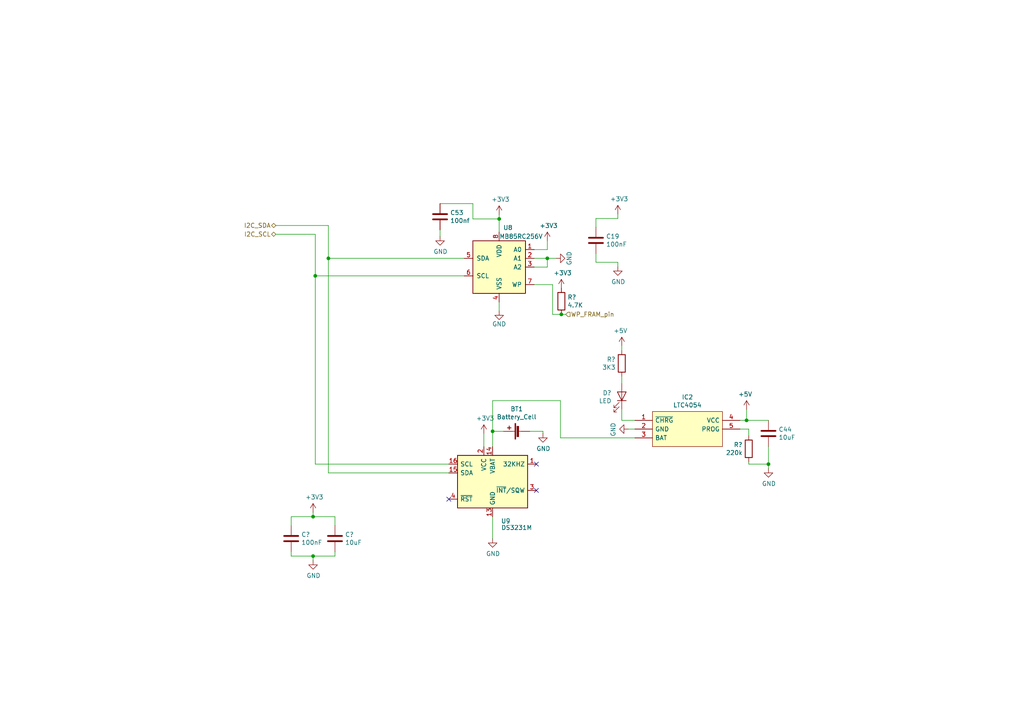
<source format=kicad_sch>
(kicad_sch (version 20230121) (generator eeschema)
  (paper "A4")
  (title_block (date "2021-04-05") (rev "2.3.3.3") (company "Evoke Motorcycles"))
  (lib_symbols
    (symbol "Device:C" (pin_numbers hide) (pin_names (offset 0.254))
      (property "Reference" "C" (at 0.635 2.54 0))
      (property "Value" "C" (at 0.635 -2.54 0))
      (symbol "C_0_1"
        (polyline (pts (xy -2.032 -0.762) (xy 2.032 -0.762)) (stroke (width 0.508)))
        (polyline (pts (xy -2.032 0.762) (xy 2.032 0.762)) (stroke (width 0.508)))
      )
      (symbol "C_1_1"
        (pin passive line (at 0 3.81 270) (length 2.794) (name "~") (number "1"))
        (pin passive line (at 0 -3.81 90) (length 2.794) (name "~") (number "2"))
      )
    )
    (symbol "ESP32-CAN-rescue:+3.3V-power" (power) (pin_names (offset 0))
      (property "Value" "+3.3V-power" (at 0 3.556 0))
      (symbol "+3.3V-power_0_1"
        (polyline (pts (xy -0.762 1.27) (xy 0 2.54)))
        (polyline (pts (xy 0 0) (xy 0 2.54)))
        (polyline (pts (xy 0 2.54) (xy 0.762 1.27)))
      )
      (symbol "+3.3V-power_1_1"
        (pin power_in line (at 0 0 90) (length 0) hide (name "+3V3") (number "1"))
      )
    )
    (symbol "ESP32-CAN-rescue:+5V-power" (power) (pin_names (offset 0))
      (property "Value" "+5V-power" (at 0 3.556 0))
      (symbol "+5V-power_0_1"
        (polyline (pts (xy -0.762 1.27) (xy 0 2.54)))
        (polyline (pts (xy 0 0) (xy 0 2.54)))
        (polyline (pts (xy 0 2.54) (xy 0.762 1.27)))
      )
      (symbol "+5V-power_1_1"
        (pin power_in line (at 0 0 90) (length 0) hide (name "+5V") (number "1"))
      )
    )
    (symbol "ESP32-CAN-rescue:Battery_Cell-Device" (pin_numbers hide) (pin_names (offset 0) hide)
      (property "Reference" "BT" (at 2.54 2.54 0))
      (property "Value" "Battery_Cell-Device" (at 2.54 0 0))
      (symbol "Battery_Cell-Device_0_1"
        (rectangle (start -2.286 1.778) (end 2.286 1.524) (fill (type outline)))
        (rectangle (start -1.5748 1.1938) (end 1.4732 0.6858) (fill (type outline)))
        (polyline (pts (xy 0 0.762) (xy 0 0)))
        (polyline (pts (xy 0 1.778) (xy 0 2.54)))
        (polyline (pts (xy 0.508 3.429) (xy 1.524 3.429)) (stroke (width 0.254)))
        (polyline (pts (xy 1.016 3.937) (xy 1.016 2.921)) (stroke (width 0.254)))
      )
      (symbol "Battery_Cell-Device_1_1"
        (pin passive line (at 0 5.08 270) (length 2.54) (name "+") (number "1"))
        (pin passive line (at 0 -2.54 90) (length 2.54) (name "-") (number "2"))
      )
    )
    (symbol "ESP32-CAN-rescue:C-Device" (pin_numbers hide) (pin_names (offset 0.254))
      (property "Reference" "C" (at 0.635 2.54 0))
      (property "Value" "C-Device" (at 0.635 -2.54 0))
      (symbol "C-Device_0_1"
        (polyline (pts (xy -2.032 -0.762) (xy 2.032 -0.762)) (stroke (width 0.508)))
        (polyline (pts (xy -2.032 0.762) (xy 2.032 0.762)) (stroke (width 0.508)))
      )
      (symbol "C-Device_1_1"
        (pin passive line (at 0 3.81 270) (length 2.794) (name "~") (number "1"))
        (pin passive line (at 0 -3.81 90) (length 2.794) (name "~") (number "2"))
      )
    )
    (symbol "ESP32-CAN-rescue:DS3231M-Timer_RTC" (pin_names (offset 0.762))
      (property "Reference" "U" (at -7.62 8.89 0))
      (property "Value" "DS3231M-Timer_RTC" (at 10.16 8.89 0))
      (symbol "DS3231M-Timer_RTC_0_1"
        (rectangle (start -10.16 7.62) (end 10.16 -7.62) (stroke (width 0.254)) (fill (type background)))
      )
      (symbol "DS3231M-Timer_RTC_1_1"
        (pin open_collector line (at 12.7 5.08 180) (length 2.54) (name "32KHZ") (number "1"))
        (pin passive line (at 0 -10.16 90) (length 2.54) hide (name "GND") (number "10"))
        (pin passive line (at 0 -10.16 90) (length 2.54) hide (name "GND") (number "11"))
        (pin passive line (at 0 -10.16 90) (length 2.54) hide (name "GND") (number "12"))
        (pin power_in line (at 0 -10.16 90) (length 2.54) (name "GND") (number "13"))
        (pin power_in line (at 0 10.16 270) (length 2.54) (name "VBAT") (number "14"))
        (pin bidirectional line (at -12.7 2.54 0) (length 2.54) (name "SDA") (number "15"))
        (pin input line (at -12.7 5.08 0) (length 2.54) (name "SCL") (number "16"))
        (pin power_in line (at -2.54 10.16 270) (length 2.54) (name "VCC") (number "2"))
        (pin open_collector line (at 12.7 -2.54 180) (length 2.54) (name "~{INT}/SQW") (number "3"))
        (pin bidirectional line (at -12.7 -5.08 0) (length 2.54) (name "~{RST}") (number "4"))
        (pin passive line (at 0 -10.16 90) (length 2.54) hide (name "GND") (number "5"))
        (pin passive line (at 0 -10.16 90) (length 2.54) hide (name "GND") (number "6"))
        (pin passive line (at 0 -10.16 90) (length 2.54) hide (name "GND") (number "7"))
        (pin passive line (at 0 -10.16 90) (length 2.54) hide (name "GND") (number "8"))
        (pin passive line (at 0 -10.16 90) (length 2.54) hide (name "GND") (number "9"))
      )
    )
    (symbol "ESP32-CAN-rescue:FM24C64B-Memory_NVRAM" (pin_names (offset 1.016))
      (property "Reference" "U" (at -5.08 8.89 0))
      (property "Value" "FM24C64B-Memory_NVRAM" (at 6.35 -8.89 0))
      (symbol "FM24C64B-Memory_NVRAM_0_1"
        (rectangle (start -7.62 7.62) (end 7.62 -7.62) (stroke (width 0.254)) (fill (type background)))
      )
      (symbol "FM24C64B-Memory_NVRAM_1_1"
        (pin input line (at -10.16 5.08 0) (length 2.54) (name "A0") (number "1"))
        (pin input line (at -10.16 2.54 0) (length 2.54) (name "A1") (number "2"))
        (pin input line (at -10.16 0 0) (length 2.54) (name "A2") (number "3"))
        (pin power_in line (at 0 -10.16 90) (length 2.54) (name "VSS") (number "4"))
        (pin bidirectional line (at 10.16 2.54 180) (length 2.54) (name "SDA") (number "5"))
        (pin input line (at 10.16 -2.54 180) (length 2.54) (name "SCL") (number "6"))
        (pin input line (at -10.16 -5.08 0) (length 2.54) (name "WP") (number "7"))
        (pin power_in line (at 0 10.16 270) (length 2.54) (name "VDD") (number "8"))
      )
    )
    (symbol "ESP32-CAN-rescue:GND-power" (power) (pin_names (offset 0))
      (property "Value" "GND-power" (at 0 -3.81 0))
      (symbol "GND-power_0_1"
        (polyline (pts (xy 0 0) (xy 0 -1.27) (xy 1.27 -1.27) (xy 0 -2.54) (xy -1.27 -1.27) (xy 0 -1.27)))
      )
      (symbol "GND-power_1_1"
        (pin power_in line (at 0 0 270) (length 0) hide (name "GND") (number "1"))
      )
    )
    (symbol "ESP32-CAN-rescue:LED-Device" (pin_numbers hide) (pin_names (offset 1.016) hide)
      (property "Reference" "D" (at 0 2.54 0))
      (property "Value" "LED-Device" (at 0 -2.54 0))
      (symbol "LED-Device_0_1"
        (polyline (pts (xy -1.27 -1.27) (xy -1.27 1.27)) (stroke (width 0.2032)))
        (polyline (pts (xy -1.27 0) (xy 1.27 0)))
        (polyline (pts (xy 1.27 -1.27) (xy 1.27 1.27) (xy -1.27 0) (xy 1.27 -1.27)) (stroke (width 0.2032)))
        (polyline (pts (xy -3.048 -0.762) (xy -4.572 -2.286) (xy -3.81 -2.286) (xy -4.572 -2.286) (xy -4.572 -1.524)))
        (polyline (pts (xy -1.778 -0.762) (xy -3.302 -2.286) (xy -2.54 -2.286) (xy -3.302 -2.286) (xy -3.302 -1.524)))
      )
      (symbol "LED-Device_1_1"
        (pin passive line (at -3.81 0 0) (length 2.54) (name "K") (number "1"))
        (pin passive line (at 3.81 0 180) (length 2.54) (name "A") (number "2"))
      )
    )
    (symbol "ESP32-CAN-rescue:R-Device" (pin_numbers hide) (pin_names (offset 0))
      (property "Reference" "R" (at 2.032 0 90))
      (property "Value" "R-Device" (at 0 0 90))
      (symbol "R-Device_0_1"
        (rectangle (start -1.016 -2.54) (end 1.016 2.54) (stroke (width 0.254)))
      )
      (symbol "R-Device_1_1"
        (pin passive line (at 0 3.81 270) (length 1.27) (name "~") (number "1"))
        (pin passive line (at 0 -3.81 90) (length 1.27) (name "~") (number "2"))
      )
    )
    (symbol "TP4054-42-SOT25-R:TP4054-42-SOT25-R" (pin_names (offset 0.762))
      (property "Reference" "IC" (at 26.67 7.62 0))
      (property "Value" "TP4054-42-SOT25-R" (at 26.67 5.08 0))
      (symbol "TP4054-42-SOT25-R_0_0"
        (pin passive line (at 0 0 0) (length 5.08) (name "~{CHRG}") (number "1"))
        (pin passive line (at 0 -2.54 0) (length 5.08) (name "GND") (number "2"))
        (pin passive line (at 0 -5.08 0) (length 5.08) (name "BAT") (number "3"))
        (pin passive line (at 30.48 0 180) (length 5.08) (name "VCC") (number "4"))
        (pin passive line (at 30.48 -2.54 180) (length 5.08) (name "PROG") (number "5"))
      )
      (symbol "TP4054-42-SOT25-R_0_1"
        (polyline (pts (xy 5.08 2.54) (xy 25.4 2.54) (xy 25.4 -7.62) (xy 5.08 -7.62) (xy 5.08 2.54)) (stroke (width 0.1524)) (fill (type background)))
      )
    )
    (symbol "power:GND" (power) (pin_names (offset 0))
      (property "Value" "GND" (at 0 -3.81 0))
      (symbol "GND_0_1"
        (polyline (pts (xy 0 0) (xy 0 -1.27) (xy 1.27 -1.27) (xy 0 -2.54) (xy -1.27 -1.27) (xy 0 -1.27)))
      )
      (symbol "GND_1_1"
        (pin power_in line (at 0 0 270) (length 0) hide (name "GND") (number "1"))
      )
    )
  )
  (junction (at 95.25 74.93))
  (junction (at 144.78 63.5))
  (junction (at 90.805 149.86))
  (junction (at 158.75 74.93))
  (junction (at 142.875 125.095))
  (junction (at 222.885 134.62))
  (junction (at 90.805 161.29))
  (junction (at 216.535 121.92))
  (junction (at 91.44 80.01))
  (junction (at 162.814 91.186))
  (no_connect (at 130.175 144.78))
  (no_connect (at 155.575 134.62))
  (no_connect (at 155.575 142.24))
  (wire (pts (xy 80.01 67.945) (xy 91.44 67.945)))
  (wire (pts (xy 142.875 125.095) (xy 142.875 116.205)))
  (wire (pts (xy 142.875 156.21) (xy 142.875 149.86)))
  (wire (pts (xy 153.67 125.095) (xy 157.48 125.095)))
  (wire (pts (xy 216.535 121.92) (xy 214.63 121.92)))
  (wire (pts (xy 95.25 74.93) (xy 95.25 137.16)))
  (wire (pts (xy 222.885 134.62) (xy 222.885 129.54)))
  (wire (pts (xy 144.78 63.5) (xy 137.16 63.5)))
  (wire (pts (xy 154.94 74.93) (xy 158.75 74.93)))
  (wire (pts (xy 91.44 134.62) (xy 130.175 134.62)))
  (wire (pts (xy 180.34 100.33) (xy 180.34 101.6)))
  (wire (pts (xy 217.17 126.365) (xy 217.17 124.46)))
  (wire (pts (xy 217.17 124.46) (xy 214.63 124.46)))
  (wire (pts (xy 97.155 160.02) (xy 97.155 161.29)))
  (wire (pts (xy 160.274 82.55) (xy 160.274 91.186)))
  (wire (pts (xy 95.25 65.405) (xy 80.01 65.405)))
  (wire (pts (xy 84.455 152.4) (xy 84.455 149.86)))
  (wire (pts (xy 222.885 135.89) (xy 222.885 134.62)))
  (wire (pts (xy 146.05 125.095) (xy 142.875 125.095)))
  (wire (pts (xy 162.814 91.186) (xy 164.084 91.186)))
  (wire (pts (xy 161.29 74.93) (xy 158.75 74.93)))
  (wire (pts (xy 142.875 116.205) (xy 162.56 116.205)))
  (wire (pts (xy 180.34 118.745) (xy 180.34 121.92)))
  (wire (pts (xy 217.17 134.62) (xy 217.17 133.985)))
  (wire (pts (xy 127.635 66.675) (xy 127.635 68.58)))
  (wire (pts (xy 179.197 62.103) (xy 179.197 63.373)))
  (wire (pts (xy 90.805 161.29) (xy 84.455 161.29)))
  (wire (pts (xy 179.197 76.073) (xy 172.847 76.073)))
  (wire (pts (xy 180.34 109.22) (xy 180.34 111.125)))
  (wire (pts (xy 179.197 77.343) (xy 179.197 76.073)))
  (wire (pts (xy 90.805 148.59) (xy 90.805 149.86)))
  (wire (pts (xy 90.805 162.56) (xy 90.805 161.29)))
  (wire (pts (xy 84.455 161.29) (xy 84.455 160.02)))
  (wire (pts (xy 144.78 90.17) (xy 144.78 87.63)))
  (wire (pts (xy 91.44 134.62) (xy 91.44 80.01)))
  (wire (pts (xy 216.535 118.745) (xy 216.535 121.92)))
  (wire (pts (xy 137.16 59.055) (xy 127.635 59.055)))
  (wire (pts (xy 90.805 149.86) (xy 97.155 149.86)))
  (wire (pts (xy 158.75 74.93) (xy 158.75 77.47)))
  (wire (pts (xy 95.25 137.16) (xy 130.175 137.16)))
  (wire (pts (xy 158.75 77.47) (xy 154.94 77.47)))
  (wire (pts (xy 91.44 80.01) (xy 134.62 80.01)))
  (wire (pts (xy 160.274 91.186) (xy 162.814 91.186)))
  (wire (pts (xy 137.16 63.5) (xy 137.16 59.055)))
  (wire (pts (xy 162.56 116.205) (xy 162.56 127)))
  (wire (pts (xy 172.847 63.373) (xy 179.197 63.373)))
  (wire (pts (xy 144.78 63.5) (xy 144.78 67.31)))
  (wire (pts (xy 140.335 125.73) (xy 140.335 129.54)))
  (wire (pts (xy 91.44 67.945) (xy 91.44 80.01)))
  (wire (pts (xy 134.62 74.93) (xy 95.25 74.93)))
  (wire (pts (xy 97.155 161.29) (xy 90.805 161.29)))
  (wire (pts (xy 184.15 121.92) (xy 180.34 121.92)))
  (wire (pts (xy 142.875 129.54) (xy 142.875 125.095)))
  (wire (pts (xy 95.25 65.405) (xy 95.25 74.93)))
  (wire (pts (xy 222.885 134.62) (xy 217.17 134.62)))
  (wire (pts (xy 157.48 125.095) (xy 157.48 125.73)))
  (wire (pts (xy 172.847 65.913) (xy 172.847 63.373)))
  (wire (pts (xy 172.847 76.073) (xy 172.847 73.533)))
  (wire (pts (xy 154.94 72.39) (xy 158.75 72.39)))
  (wire (pts (xy 97.155 149.86) (xy 97.155 152.4)))
  (wire (pts (xy 158.75 69.85) (xy 158.75 72.39)))
  (wire (pts (xy 182.245 124.46) (xy 184.15 124.46)))
  (wire (pts (xy 144.78 62.23) (xy 144.78 63.5)))
  (wire (pts (xy 222.885 121.92) (xy 216.535 121.92)))
  (wire (pts (xy 154.94 82.55) (xy 160.274 82.55)))
  (wire (pts (xy 184.15 127) (xy 162.56 127)))
  (wire (pts (xy 84.455 149.86) (xy 90.805 149.86)))
  (hierarchical_label "WP_FRAM_pin" (shape input) (at 164.084 91.186 0))
  (hierarchical_label "I2C_SDA" (shape bidirectional) (at 80.01 65.405 180))
  (hierarchical_label "I2C_SCL" (shape bidirectional) (at 80.01 67.945 180))
  (symbol (lib_id "TP4054-42-SOT25-R:TP4054-42-SOT25-R") (at 184.15 121.92 0) (unit 1)
    (property "Reference" "IC2" (at 199.39 115.189 0))
    (property "Value" "LTC4054" (at 199.39 117.5004 0))
    (property "Footprint" "Package_TO_SOT_SMD:SOT-23-5" (effects hide))
    (property "Datasheet" "http://images.100y.com.tw/pdf_file/38-TP-TP4054x.pdf" (effects hide))
    (property "Description" "Standalone Linear Li-ion Battery Charger with Thermal Regulation, SOT-23-5" (effects hide))
    (property "Height" "1" (effects hide))
    (property "Manufacturer_Name" "TOP POWER" (effects hide))
    (property "Manufacturer_Part_Number" "TP4054-42-SOT25-R" (effects hide))
  )
  (symbol (lib_id "ESP32-CAN-rescue:C-Device") (at 222.885 125.73 0) (unit 1)
    (property "Reference" "C44" (at 225.806 124.5616 0) (effects (justify left)))
    (property "Value" "10uF" (at 225.806 126.873 0) (effects (justify left)))
    (property "Footprint" "Capacitor_SMD:C_0603_1608Metric" (effects hide))
  )
  (symbol (lib_id "ESP32-CAN-rescue:GND-power") (at 222.885 135.89 0) (unit 1)
    (property "Reference" "#PWR?" (effects hide))
    (property "Value" "GND" (at 223.012 140.2842 0))
    (instances (project "ESP32-CAN" (path "" (reference "#PWR?") (unit 1)) (path "" (reference "#PWR0120") (unit 1))))
  )
  (symbol (lib_id "ESP32-CAN-rescue:FM24C64B-Memory_NVRAM") (at 144.78 77.47 0) (mirror y) (unit 1)
    (property "Reference" "U8" (at 147.32 66.04 0))
    (property "Value" "MB85RC256V" (at 151.13 68.58 0))
    (property "Footprint" "Package_SO:SOIC-8_3.9x4.9mm_P1.27mm" (effects hide))
    (property "Datasheet" "http://www.cypress.com/file/41651/download" (effects hide))
  )
  (symbol (lib_id "ESP32-CAN-rescue:C-Device") (at 172.847 69.723 0) (unit 1)
    (property "Reference" "C19" (at 175.768 68.5546 0) (effects (justify left)))
    (property "Value" "100nF" (at 175.768 70.866 0) (effects (justify left)))
    (property "Footprint" "Capacitor_SMD:C_0603_1608Metric" (effects hide))
  )
  (symbol (lib_id "ESP32-CAN-rescue:GND-power") (at 179.197 77.343 0) (unit 1)
    (property "Reference" "#PWR053" (effects hide))
    (property "Value" "GND" (at 179.324 81.7372 0))
  )
  (symbol (lib_id "ESP32-CAN-rescue:+3.3V-power") (at 179.197 62.103 0) (unit 1)
    (property "Reference" "#PWR052" (effects hide))
    (property "Value" "+3.3V" (at 179.578 57.7088 0))
  )
  (symbol (lib_id "ESP32-CAN-rescue:+3.3V-power") (at 144.78 62.23 0) (unit 1)
    (property "Reference" "#PWR045" (effects hide))
    (property "Value" "+3.3V" (at 145.161 57.8358 0))
  )
  (symbol (lib_id "ESP32-CAN-rescue:GND-power") (at 144.78 90.17 0) (unit 1)
    (property "Reference" "#PWR046" (effects hide))
    (property "Value" "GND" (at 144.78 93.98 0))
  )
  (symbol (lib_id "ESP32-CAN-rescue:GND-power") (at 161.29 74.93 90) (unit 1)
    (property "Reference" "#PWR049" (effects hide))
    (property "Value" "GND" (at 165.1 74.93 0))
  )
  (symbol (lib_id "ESP32-CAN-rescue:+3.3V-power") (at 158.75 69.85 0) (unit 1)
    (property "Reference" "#PWR048" (effects hide))
    (property "Value" "+3.3V" (at 159.131 65.4558 0))
  )
  (symbol (lib_id "ESP32-CAN-rescue:C-Device") (at 97.155 156.21 0) (unit 1)
    (property "Reference" "C?" (at 100.076 155.0416 0) (effects (justify left)))
    (property "Value" "10uF" (at 100.076 157.353 0) (effects (justify left)))
    (property "Footprint" "Capacitor_SMD:C_0603_1608Metric" (effects hide))
    (instances (project "ESP32-CAN" (path "" (reference "C?") (unit 1)) (path "" (reference "C22") (unit 1))))
  )
  (symbol (lib_id "ESP32-CAN-rescue:C-Device") (at 84.455 156.21 0) (unit 1)
    (property "Reference" "C?" (at 87.376 155.0416 0) (effects (justify left)))
    (property "Value" "100nF" (at 87.376 157.353 0) (effects (justify left)))
    (property "Footprint" "Capacitor_SMD:C_0603_1608Metric" (effects hide))
    (instances (project "ESP32-CAN" (path "" (reference "C?") (unit 1)) (path "" (reference "C21") (unit 1))))
  )
  (symbol (lib_id "ESP32-CAN-rescue:GND-power") (at 90.805 162.56 0) (unit 1)
    (property "Reference" "#PWR?" (effects hide))
    (property "Value" "GND" (at 90.932 166.9542 0))
    (instances (project "ESP32-CAN" (path "" (reference "#PWR?") (unit 1)) (path "" (reference "#PWR058") (unit 1))))
  )
  (symbol (lib_id "ESP32-CAN-rescue:+3.3V-power") (at 90.805 148.59 0) (unit 1)
    (property "Reference" "#PWR?" (effects hide))
    (property "Value" "+3.3V" (at 91.186 144.1958 0))
    (instances (project "ESP32-CAN" (path "" (reference "#PWR?") (unit 1)) (path "" (reference "#PWR057") (unit 1))))
  )
  (symbol (lib_id "ESP32-CAN-rescue:+3.3V-power") (at 140.335 125.73 0) (unit 1)
    (property "Reference" "#PWR?" (effects hide))
    (property "Value" "+3.3V" (at 140.716 121.3358 0))
    (instances (project "ESP32-CAN" (path "" (reference "#PWR?") (unit 1)) (path "" (reference "#PWR054") (unit 1))))
  )
  (symbol (lib_id "ESP32-CAN-rescue:GND-power") (at 142.875 156.21 0) (unit 1)
    (property "Reference" "#PWR?" (effects hide))
    (property "Value" "GND" (at 143.002 160.6042 0))
    (instances (project "ESP32-CAN" (path "" (reference "#PWR?") (unit 1)) (path "" (reference "#PWR055") (unit 1))))
  )
  (symbol (lib_id "ESP32-CAN-rescue:DS3231M-Timer_RTC") (at 142.875 139.7 0) (unit 1)
    (property "Reference" "U9" (at 146.685 151.13 0))
    (property "Value" "DS3231M" (at 149.86 153.035 0))
    (property "Footprint" "Package_SO:SOIC-16W_7.5x10.3mm_P1.27mm" (effects hide))
    (property "Datasheet" "http://datasheets.maximintegrated.com/en/ds/DS3231.pdf" (effects hide))
  )
  (symbol (lib_id "ESP32-CAN-rescue:Battery_Cell-Device") (at 151.13 125.095 90) (unit 1)
    (property "Reference" "BT1" (at 149.86 118.618 90))
    (property "Value" "Battery_Cell" (at 149.86 120.9294 90))
    (property "Footprint" "Battery:BatteryHolder_Keystone_3034_1x20mm" (effects hide))
  )
  (symbol (lib_id "ESP32-CAN-rescue:GND-power") (at 157.48 125.73 0) (unit 1)
    (property "Reference" "#PWR?" (effects hide))
    (property "Value" "GND" (at 157.607 130.1242 0))
    (instances (project "ESP32-CAN" (path "" (reference "#PWR?") (unit 1)) (path "" (reference "#PWR056") (unit 1))))
  )
  (symbol (lib_id "ESP32-CAN-rescue:LED-Device") (at 180.34 114.935 270) (mirror x) (unit 1)
    (property "Reference" "D?" (at 177.3682 113.9698 90) (effects (justify right)))
    (property "Value" "LED" (at 177.3682 116.2812 90) (effects (justify right)))
    (property "Footprint" "LED_SMD:LED_0603_1608Metric" (effects hide))
    (instances (project "ESP32-CAN" (path "" (reference "D?") (unit 1)) (path "" (reference "D?") (unit 1)) (path "" (reference "D30") (unit 1))))
  )
  (symbol (lib_id "ESP32-CAN-rescue:R-Device") (at 180.34 105.41 0) (mirror y) (unit 1)
    (property "Reference" "R?" (at 178.562 104.2416 0) (effects (justify left)))
    (property "Value" "3K3" (at 178.562 106.553 0) (effects (justify left)))
    (property "Footprint" "Resistor_SMD:R_0603_1608Metric" (effects hide))
    (instances (project "ESP32-CAN" (path "" (reference "R?") (unit 1)) (path "" (reference "R?") (unit 1)) (path "" (reference "R65") (unit 1))))
  )
  (symbol (lib_id "ESP32-CAN-rescue:+5V-power") (at 180.34 100.33 0) (mirror y) (unit 1)
    (property "Reference" "#PWR0119" (effects hide))
    (property "Value" "+5V" (at 179.959 95.9358 0))
  )
  (symbol (lib_id "ESP32-CAN-rescue:R-Device") (at 217.17 130.175 0) (mirror y) (unit 1)
    (property "Reference" "R?" (at 215.392 129.0066 0) (effects (justify left)))
    (property "Value" "220k" (at 215.392 131.318 0) (effects (justify left)))
    (property "Footprint" "Resistor_SMD:R_0603_1608Metric" (effects hide))
    (instances (project "ESP32-CAN" (path "" (reference "R?") (unit 1)) (path "" (reference "R?") (unit 1)) (path "" (reference "R66") (unit 1))))
  )
  (symbol (lib_id "ESP32-CAN-rescue:GND-power") (at 182.245 124.46 270) (unit 1)
    (property "Reference" "#PWR?" (effects hide))
    (property "Value" "GND" (at 177.8508 124.587 0))
    (instances (project "ESP32-CAN" (path "" (reference "#PWR?") (unit 1)) (path "" (reference "#PWR0124") (unit 1))))
  )
  (symbol (lib_id "ESP32-CAN-rescue:+5V-power") (at 216.535 118.745 0) (mirror y) (unit 1)
    (property "Reference" "#PWR0125" (effects hide))
    (property "Value" "+5V" (at 216.154 114.3508 0))
  )
  (symbol (lib_id "Device:C") (at 127.635 62.865 0) (unit 1)
    (property "Reference" "C53" (at 130.556 61.6966 0) (effects (justify left)))
    (property "Value" "100nf" (at 130.556 64.008 0) (effects (justify left)))
    (property "Footprint" "Capacitor_SMD:C_0603_1608Metric" (effects hide))
  )
  (symbol (lib_id "power:GND") (at 127.635 68.58 0) (unit 1)
    (property "Reference" "#PWR06" (effects hide))
    (property "Value" "GND" (at 127.762 72.9742 0))
  )
  (symbol (lib_id "ESP32-CAN-rescue:R-Device") (at 162.814 87.376 0) (unit 1)
    (property "Reference" "R?" (at 164.592 86.2076 0) (effects (justify left)))
    (property "Value" "4.7K" (at 164.592 88.519 0) (effects (justify left)))
    (property "Footprint" "Resistor_SMD:R_0603_1608Metric" (effects hide))
    (instances (project "ESP32-CAN" (path "" (reference "R?") (unit 1)) (path "" (reference "R?") (unit 1)) (path "" (reference "R3") (unit 1))))
  )
  (symbol (lib_id "ESP32-CAN-rescue:+3.3V-power") (at 162.814 83.566 0) (unit 1)
    (property "Reference" "#PWR?" (effects hide))
    (property "Value" "+3.3V" (at 163.195 79.1718 0))
    (instances (project "ESP32-CAN" (path "" (reference "#PWR?") (unit 1)) (path "" (reference "#PWR?") (unit 1)) (path "" (reference "#PWR041") (unit 1))))
  )
)
</source>
